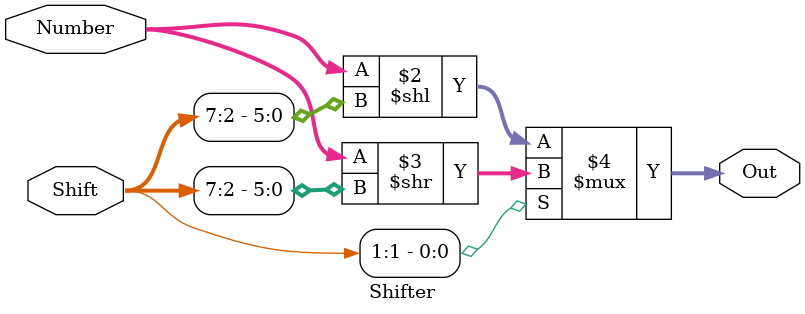
<source format=v>
module Shifter #(
	parameter WIDTH = 32
) (
	input wire [7:0] 			Shift,
	input wire [WIDTH-1:0]	Number,
	output wire [WIDTH-1:0] Out
);

	assign Out = (~Shift[1]) ? Number << Shift[7:2] : Number >> Shift[7:2];

endmodule

</source>
